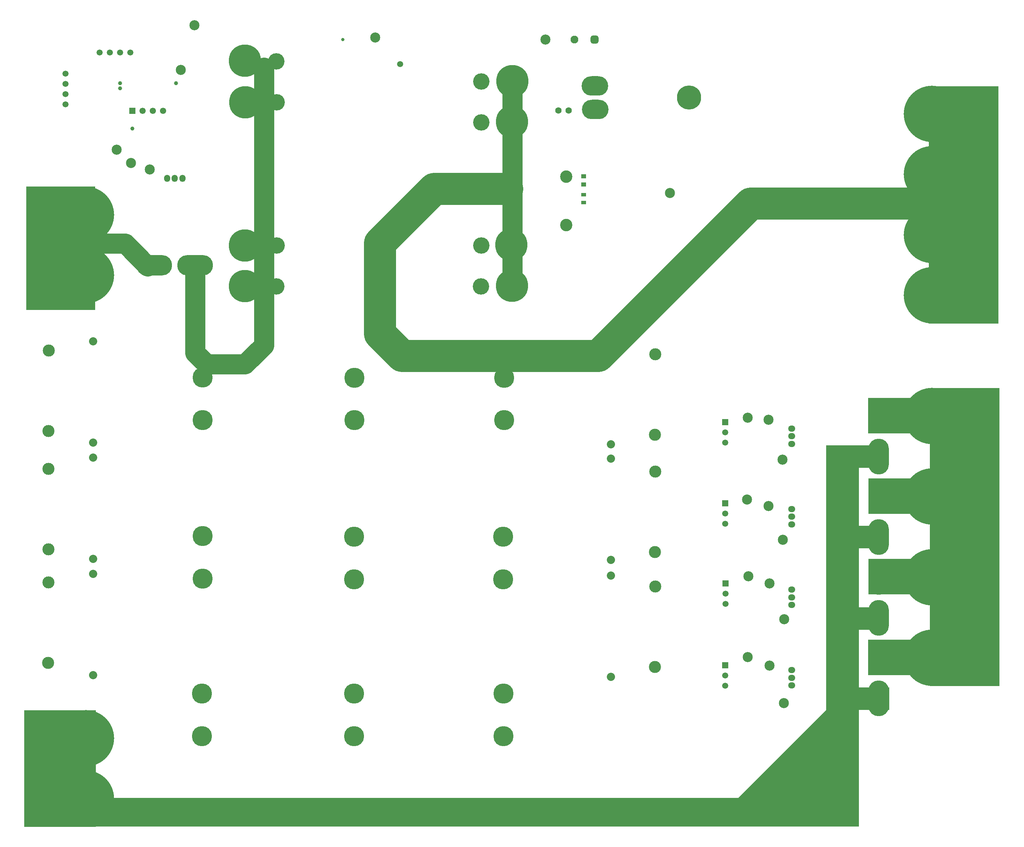
<source format=gbr>
%TF.GenerationSoftware,Altium Limited,Altium Designer,24.7.2 (38)*%
G04 Layer_Color=8388736*
%FSLAX43Y43*%
%MOMM*%
%TF.SameCoordinates,3DDE4B3C-03A5-4BC3-9972-2EF5A5DF1AA7*%
%TF.FilePolarity,Negative*%
%TF.FileFunction,Soldermask,Top*%
%TF.Part,Single*%
G01*
G75*
%TA.AperFunction,SMDPad,CuDef*%
%ADD16R,1.200X1.100*%
%TA.AperFunction,ComponentPad*%
%ADD37C,5.000*%
%ADD38C,1.500*%
%ADD39R,1.500X1.500*%
%ADD40C,2.500*%
%ADD41O,1.778X1.524*%
%ADD42O,5.080X8.890*%
%ADD43C,14.000*%
%ADD44C,3.000*%
%ADD45C,8.000*%
%ADD46C,4.064*%
%ADD47C,2.032*%
%ADD48O,8.890X5.080*%
%ADD49O,1.524X1.778*%
%ADD50C,6.000*%
%ADD51O,6.600X4.826*%
%ADD52O,3.000X3.100*%
%ADD53C,1.600*%
%ADD54R,1.550X1.550*%
%ADD55C,1.550*%
%ADD56C,1.950*%
G04:AMPARAMS|DCode=57|XSize=1.95mm|YSize=1.95mm|CornerRadius=0.488mm|HoleSize=0mm|Usage=FLASHONLY|Rotation=180.000|XOffset=0mm|YOffset=0mm|HoleType=Round|Shape=RoundedRectangle|*
%AMROUNDEDRECTD57*
21,1,1.950,0.975,0,0,180.0*
21,1,0.975,1.950,0,0,180.0*
1,1,0.975,-0.488,0.488*
1,1,0.975,0.488,0.488*
1,1,0.975,0.488,-0.488*
1,1,0.975,-0.488,-0.488*
%
%ADD57ROUNDEDRECTD57*%
%TA.AperFunction,ViaPad*%
%ADD58C,1.000*%
%ADD59C,1.500*%
%ADD60C,0.800*%
%TA.AperFunction,NonConductor*%
%ADD86C,8.000*%
%ADD87C,5.000*%
%ADD88R,8.150X85.150*%
%ADD89R,14.525X5.650*%
%ADD91R,18.454X8.875*%
%TA.AperFunction,SMDPad,CuDef*%
%ADD93R,1.280X0.830*%
%TA.AperFunction,NonConductor*%
%ADD95C,0.500*%
G04:AMPARAMS|DCode=99|XSize=17.961mm|YSize=9.98mm|CornerRadius=0mm|HoleSize=0mm|Usage=FLASHONLY|Rotation=45.000|XOffset=0mm|YOffset=0mm|HoleType=Round|Shape=Rectangle|*
%AMROTATEDRECTD99*
4,1,4,-2.822,-9.878,-9.878,-2.822,2.822,9.878,9.878,2.822,-2.822,-9.878,0.0*
%
%ADD99ROTATEDRECTD99*%

G04:AMPARAMS|DCode=100|XSize=35.285mm|YSize=8.45mm|CornerRadius=0mm|HoleSize=0mm|Usage=FLASHONLY|Rotation=45.000|XOffset=0mm|YOffset=0mm|HoleType=Round|Shape=Rectangle|*
%AMROTATEDRECTD100*
4,1,4,-9.488,-15.463,-15.463,-9.488,9.488,15.463,15.463,9.488,-9.488,-15.463,0.0*
%
%ADD100ROTATEDRECTD100*%

%ADD101R,17.246X74.025*%
%ADD102R,17.246X59.025*%
%ADD103R,197.125X7.175*%
%ADD104R,17.746X29.000*%
%ADD105R,17.068X30.627*%
D16*
X138525Y174567D02*
D03*
Y172467D02*
D03*
D37*
X44000Y124575D02*
D03*
Y114034D02*
D03*
X81710Y124514D02*
D03*
Y113973D02*
D03*
X118870Y124514D02*
D03*
X81590Y85034D02*
D03*
Y74493D02*
D03*
Y46091D02*
D03*
Y35550D02*
D03*
X118870Y113973D02*
D03*
X118600Y74493D02*
D03*
Y85034D02*
D03*
X118710Y35550D02*
D03*
Y46091D02*
D03*
X43850Y35525D02*
D03*
Y46066D02*
D03*
X44000Y74632D02*
D03*
Y85173D02*
D03*
D38*
X173700Y48025D02*
D03*
Y50565D02*
D03*
Y88250D02*
D03*
Y90790D02*
D03*
Y108401D02*
D03*
Y110941D02*
D03*
X173800Y68360D02*
D03*
Y70900D02*
D03*
X26015Y205300D02*
D03*
X23475D02*
D03*
X20935D02*
D03*
X18395D02*
D03*
X10000Y200000D02*
D03*
Y197460D02*
D03*
Y194920D02*
D03*
Y192380D02*
D03*
D39*
X173700Y53105D02*
D03*
Y93330D02*
D03*
Y113481D02*
D03*
X173800Y73440D02*
D03*
D40*
X179275Y55175D02*
D03*
X188275Y43725D02*
D03*
X184678Y53023D02*
D03*
X184729Y73475D02*
D03*
X179500Y75250D02*
D03*
X188325Y64555D02*
D03*
X188000Y84300D02*
D03*
X184425Y114050D02*
D03*
X187938Y104200D02*
D03*
X179275Y114625D02*
D03*
X179100Y94250D02*
D03*
X184450Y92675D02*
D03*
X159950Y170400D02*
D03*
X129050Y208500D02*
D03*
X38600Y200975D02*
D03*
X41975Y212025D02*
D03*
X86875Y209025D02*
D03*
X26250Y177825D02*
D03*
X30834Y176251D02*
D03*
X22622Y181128D02*
D03*
D41*
X190221Y48095D02*
D03*
Y50000D02*
D03*
Y51905D02*
D03*
Y68095D02*
D03*
Y70000D02*
D03*
Y71905D02*
D03*
Y88095D02*
D03*
Y90000D02*
D03*
Y91905D02*
D03*
Y108095D02*
D03*
Y110000D02*
D03*
Y111905D02*
D03*
D42*
X211811Y44920D02*
D03*
Y55080D02*
D03*
Y64920D02*
D03*
Y75080D02*
D03*
Y84920D02*
D03*
Y95080D02*
D03*
Y104920D02*
D03*
Y115080D02*
D03*
D43*
X225000Y175000D02*
D03*
Y95000D02*
D03*
Y75000D02*
D03*
Y115000D02*
D03*
Y55000D02*
D03*
Y160000D02*
D03*
Y190000D02*
D03*
Y145000D02*
D03*
X15000Y150000D02*
D03*
Y165000D02*
D03*
Y35000D02*
D03*
Y20000D02*
D03*
D44*
X156280Y52675D02*
D03*
X156330Y72650D02*
D03*
X156280Y110395D02*
D03*
X156330Y130370D02*
D03*
Y101190D02*
D03*
X156280Y81215D02*
D03*
X5815Y131230D02*
D03*
X5765Y111255D02*
D03*
X5725Y73700D02*
D03*
X5675Y53725D02*
D03*
X5765Y101880D02*
D03*
X5715Y81905D02*
D03*
D45*
X120872Y198132D02*
D03*
X120770Y188048D02*
D03*
X120592Y157543D02*
D03*
X120745Y147332D02*
D03*
X54451Y203212D02*
D03*
X54578Y192900D02*
D03*
X54527Y157314D02*
D03*
Y147231D02*
D03*
D46*
X113074Y147205D02*
D03*
X113125Y157365D02*
D03*
X113175Y187921D02*
D03*
X113125Y198081D02*
D03*
X62299Y203034D02*
D03*
X62350Y192900D02*
D03*
X62325Y157340D02*
D03*
X62274Y147154D02*
D03*
D47*
X145305Y133153D02*
D03*
Y108007D02*
D03*
Y75400D02*
D03*
Y50254D02*
D03*
Y104403D02*
D03*
Y79257D02*
D03*
X16790Y133586D02*
D03*
Y108440D02*
D03*
X16820Y75820D02*
D03*
Y50674D02*
D03*
Y104683D02*
D03*
Y79537D02*
D03*
D48*
X42160Y152419D02*
D03*
X32000D02*
D03*
D49*
X38985Y174009D02*
D03*
X37080D02*
D03*
X35175D02*
D03*
D50*
X164700Y194075D02*
D03*
D51*
X141332Y196996D02*
D03*
X141459Y191154D02*
D03*
D52*
X134275Y174450D02*
D03*
Y162450D02*
D03*
D53*
X132280Y190900D02*
D03*
X134820D02*
D03*
D54*
X26560Y190826D02*
D03*
D55*
X29100D02*
D03*
X31640D02*
D03*
X34180D02*
D03*
D56*
X136300Y208500D02*
D03*
D57*
X141300D02*
D03*
D58*
X26560Y186350D02*
D03*
X37350Y197685D02*
D03*
X23504Y196415D02*
D03*
Y197685D02*
D03*
D59*
X92975Y202400D02*
D03*
D60*
X78825Y208525D02*
D03*
D86*
X228700Y167725D02*
X229375Y168400D01*
X180025Y167725D02*
X228700D01*
X101450Y171425D02*
X119600D01*
X88000Y157975D02*
X101450Y171425D01*
X88000Y135425D02*
Y157975D01*
Y135425D02*
X93550Y129875D01*
X142175D01*
X180025Y167725D01*
D87*
X120872Y146728D02*
Y198132D01*
X24754Y157818D02*
X30354Y152218D01*
X13304Y157818D02*
X24754D01*
X42160Y130665D02*
Y152419D01*
X54500Y127850D02*
X59200Y132550D01*
Y201575D01*
X44975Y127850D02*
X54500D01*
X42160Y130665D02*
X44975Y127850D01*
D88*
X202850Y62525D02*
D03*
D89*
X206062Y104975D02*
D03*
X206376Y84954D02*
D03*
X206663Y64750D02*
D03*
X207151Y44804D02*
D03*
D91*
X218439Y55088D02*
D03*
X218489Y75099D02*
D03*
X218468Y95099D02*
D03*
X218443Y115099D02*
D03*
D93*
X138525Y168000D02*
D03*
Y170000D02*
D03*
D95*
X15000Y157375D02*
X15175Y157550D01*
X32225Y151950D02*
X33000D01*
D99*
X196803Y23322D02*
D03*
D100*
X191300Y28600D02*
D03*
D101*
X233181Y84988D02*
D03*
D102*
X232852Y167462D02*
D03*
D103*
X108363Y16637D02*
D03*
D104*
X8627Y27500D02*
D03*
D105*
X8763Y156664D02*
D03*
%TF.MD5,a0d543698214852fc73e19d220121234*%
M02*

</source>
